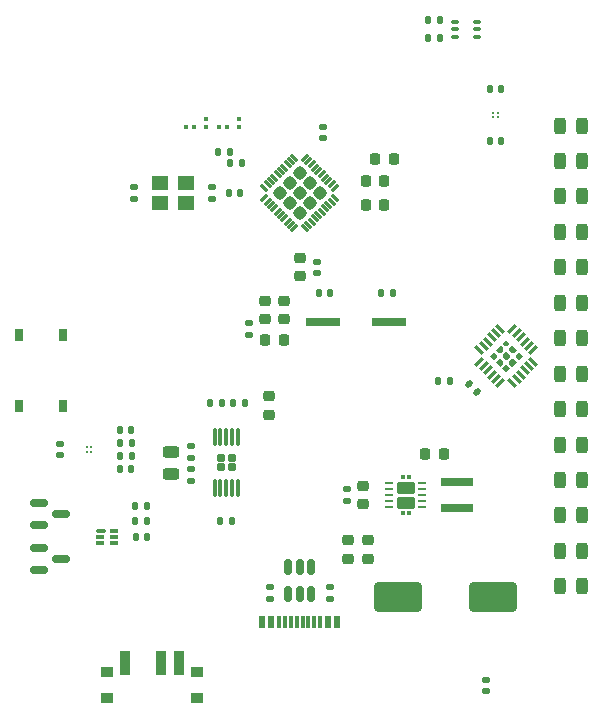
<source format=gbr>
%TF.GenerationSoftware,KiCad,Pcbnew,8.0.2*%
%TF.CreationDate,2024-05-26T21:52:28+02:00*%
%TF.ProjectId,Plant_Thing,506c616e-745f-4546-9869-6e672e6b6963,rev?*%
%TF.SameCoordinates,Original*%
%TF.FileFunction,Paste,Top*%
%TF.FilePolarity,Positive*%
%FSLAX46Y46*%
G04 Gerber Fmt 4.6, Leading zero omitted, Abs format (unit mm)*
G04 Created by KiCad (PCBNEW 8.0.2) date 2024-05-26 21:52:28*
%MOMM*%
%LPD*%
G01*
G04 APERTURE LIST*
G04 Aperture macros list*
%AMRoundRect*
0 Rectangle with rounded corners*
0 $1 Rounding radius*
0 $2 $3 $4 $5 $6 $7 $8 $9 X,Y pos of 4 corners*
0 Add a 4 corners polygon primitive as box body*
4,1,4,$2,$3,$4,$5,$6,$7,$8,$9,$2,$3,0*
0 Add four circle primitives for the rounded corners*
1,1,$1+$1,$2,$3*
1,1,$1+$1,$4,$5*
1,1,$1+$1,$6,$7*
1,1,$1+$1,$8,$9*
0 Add four rect primitives between the rounded corners*
20,1,$1+$1,$2,$3,$4,$5,0*
20,1,$1+$1,$4,$5,$6,$7,0*
20,1,$1+$1,$6,$7,$8,$9,0*
20,1,$1+$1,$8,$9,$2,$3,0*%
%AMRotRect*
0 Rectangle, with rotation*
0 The origin of the aperture is its center*
0 $1 length*
0 $2 width*
0 $3 Rotation angle, in degrees counterclockwise*
0 Add horizontal line*
21,1,$1,$2,0,0,$3*%
G04 Aperture macros list end*
%ADD10C,0.000000*%
%ADD11RoundRect,0.140000X0.170000X-0.140000X0.170000X0.140000X-0.170000X0.140000X-0.170000X-0.140000X0*%
%ADD12RoundRect,0.079500X0.100500X-0.079500X0.100500X0.079500X-0.100500X0.079500X-0.100500X-0.079500X0*%
%ADD13RoundRect,0.150000X0.150000X-0.512500X0.150000X0.512500X-0.150000X0.512500X-0.150000X-0.512500X0*%
%ADD14RoundRect,0.140000X0.140000X0.170000X-0.140000X0.170000X-0.140000X-0.170000X0.140000X-0.170000X0*%
%ADD15RoundRect,0.225000X0.250000X-0.225000X0.250000X0.225000X-0.250000X0.225000X-0.250000X-0.225000X0*%
%ADD16RoundRect,0.140000X-0.170000X0.140000X-0.170000X-0.140000X0.170000X-0.140000X0.170000X0.140000X0*%
%ADD17RoundRect,0.157500X-0.222500X0.157500X-0.222500X-0.157500X0.222500X-0.157500X0.222500X0.157500X0*%
%ADD18RoundRect,0.075000X-0.075000X0.650000X-0.075000X-0.650000X0.075000X-0.650000X0.075000X0.650000X0*%
%ADD19RoundRect,0.243750X-0.243750X-0.456250X0.243750X-0.456250X0.243750X0.456250X-0.243750X0.456250X0*%
%ADD20RotRect,0.280000X0.850000X225.000000*%
%ADD21RotRect,0.280000X0.850000X135.000000*%
%ADD22RoundRect,0.135000X-0.135000X-0.185000X0.135000X-0.185000X0.135000X0.185000X-0.135000X0.185000X0*%
%ADD23RoundRect,0.218750X0.256250X-0.218750X0.256250X0.218750X-0.256250X0.218750X-0.256250X-0.218750X0*%
%ADD24RoundRect,0.135000X0.185000X-0.135000X0.185000X0.135000X-0.185000X0.135000X-0.185000X-0.135000X0*%
%ADD25R,3.000000X0.800000*%
%ADD26RoundRect,0.135000X0.135000X0.185000X-0.135000X0.185000X-0.135000X-0.185000X0.135000X-0.185000X0*%
%ADD27R,2.700000X0.800000*%
%ADD28RoundRect,0.243750X0.456250X-0.243750X0.456250X0.243750X-0.456250X0.243750X-0.456250X-0.243750X0*%
%ADD29RoundRect,0.150000X-0.587500X-0.150000X0.587500X-0.150000X0.587500X0.150000X-0.587500X0.150000X0*%
%ADD30C,0.250000*%
%ADD31RoundRect,0.225000X-0.225000X-0.250000X0.225000X-0.250000X0.225000X0.250000X-0.225000X0.250000X0*%
%ADD32RoundRect,0.250000X-1.750000X-1.000000X1.750000X-1.000000X1.750000X1.000000X-1.750000X1.000000X0*%
%ADD33RoundRect,0.140000X-0.140000X-0.170000X0.140000X-0.170000X0.140000X0.170000X-0.140000X0.170000X0*%
%ADD34RoundRect,0.242500X0.342947X0.000000X0.000000X0.342947X-0.342947X0.000000X0.000000X-0.342947X0*%
%ADD35RoundRect,0.062500X0.291682X-0.203293X-0.203293X0.291682X-0.291682X0.203293X0.203293X-0.291682X0*%
%ADD36RoundRect,0.062500X0.291682X0.203293X0.203293X0.291682X-0.291682X-0.203293X-0.203293X-0.291682X0*%
%ADD37RoundRect,0.075000X0.250000X0.075000X-0.250000X0.075000X-0.250000X-0.075000X0.250000X-0.075000X0*%
%ADD38RoundRect,0.135000X-0.185000X0.135000X-0.185000X-0.135000X0.185000X-0.135000X0.185000X0.135000X0*%
%ADD39R,0.900000X2.000000*%
%ADD40R,1.100000X0.930000*%
%ADD41RoundRect,0.079500X-0.079500X-0.100500X0.079500X-0.100500X0.079500X0.100500X-0.079500X0.100500X0*%
%ADD42RoundRect,0.070000X-0.355000X0.070000X-0.355000X-0.070000X0.355000X-0.070000X0.355000X0.070000X0*%
%ADD43RoundRect,0.070000X-0.305000X0.070000X-0.305000X-0.070000X0.305000X-0.070000X0.305000X0.070000X0*%
%ADD44RoundRect,0.225000X-0.250000X0.225000X-0.250000X-0.225000X0.250000X-0.225000X0.250000X0.225000X0*%
%ADD45RoundRect,0.218750X-0.218750X-0.256250X0.218750X-0.256250X0.218750X0.256250X-0.218750X0.256250X0*%
%ADD46RoundRect,0.025000X0.100000X0.145000X-0.100000X0.145000X-0.100000X-0.145000X0.100000X-0.145000X0*%
%ADD47RoundRect,0.106000X0.644000X0.424000X-0.644000X0.424000X-0.644000X-0.424000X0.644000X-0.424000X0*%
%ADD48RoundRect,0.060000X0.240000X0.060000X-0.240000X0.060000X-0.240000X-0.060000X0.240000X-0.060000X0*%
%ADD49RoundRect,0.140000X0.219203X0.021213X0.021213X0.219203X-0.219203X-0.021213X-0.021213X-0.219203X0*%
%ADD50R,0.550000X1.100000*%
%ADD51R,0.300000X1.100000*%
%ADD52RoundRect,0.225000X0.225000X0.250000X-0.225000X0.250000X-0.225000X-0.250000X0.225000X-0.250000X0*%
%ADD53R,0.750000X1.000000*%
%ADD54R,1.400000X1.200000*%
G04 APERTURE END LIST*
D10*
%TO.C,U5*%
G36*
X171701803Y-89900000D02*
G01*
X171701803Y-90100000D01*
X171461423Y-90340380D01*
X171121043Y-90000000D01*
X171461423Y-89659620D01*
X171701803Y-89900000D01*
G37*
G36*
X172840380Y-88961423D02*
G01*
X172600000Y-89201803D01*
X172400000Y-89201803D01*
X172159620Y-88961423D01*
X172500000Y-88621043D01*
X172840380Y-88961423D01*
G37*
G36*
X172840380Y-91038577D02*
G01*
X172500000Y-91378957D01*
X172159620Y-91038577D01*
X172400000Y-90798197D01*
X172600000Y-90798197D01*
X172840380Y-91038577D01*
G37*
G36*
X173878957Y-90000000D02*
G01*
X173538577Y-90340380D01*
X173298197Y-90100000D01*
X173298197Y-89900000D01*
X173538577Y-89659620D01*
X173878957Y-90000000D01*
G37*
G36*
X172258579Y-89343224D02*
G01*
X172258579Y-89543224D01*
X172043224Y-89758579D01*
X171843224Y-89758579D01*
X171602844Y-89518199D01*
X172018199Y-89102844D01*
X172258579Y-89343224D01*
G37*
G36*
X172258579Y-90456776D02*
G01*
X172258579Y-90656776D01*
X172018199Y-90897156D01*
X171602844Y-90481801D01*
X171843224Y-90241421D01*
X172043224Y-90241421D01*
X172258579Y-90456776D01*
G37*
G36*
X173397156Y-89518199D02*
G01*
X173156776Y-89758579D01*
X172956776Y-89758579D01*
X172741421Y-89543224D01*
X172741421Y-89343224D01*
X172981801Y-89102844D01*
X173397156Y-89518199D01*
G37*
G36*
X173397156Y-90481801D02*
G01*
X172981801Y-90897156D01*
X172741421Y-90656776D01*
X172741421Y-90456776D01*
X172956776Y-90241421D01*
X173156776Y-90241421D01*
X173397156Y-90481801D01*
G37*
G36*
X172815355Y-89900000D02*
G01*
X172815355Y-90100000D01*
X172600000Y-90315355D01*
X172400000Y-90315355D01*
X172184645Y-90100000D01*
X172184645Y-89900000D01*
X172400000Y-89684645D01*
X172600000Y-89684645D01*
X172815355Y-89900000D01*
G37*
%TD*%
D11*
%TO.C,C1*%
X156500000Y-82980000D03*
X156500000Y-82020000D03*
%TD*%
%TO.C,C8*%
X170800000Y-118360000D03*
X170800000Y-117400000D03*
%TD*%
D12*
%TO.C,C13*%
X147100000Y-70645000D03*
X147100000Y-69955000D03*
%TD*%
D13*
%TO.C,U7*%
X154050000Y-110137500D03*
X155000000Y-110137500D03*
X155950000Y-110137500D03*
X155950000Y-107862500D03*
X155000000Y-107862500D03*
X154050000Y-107862500D03*
%TD*%
D14*
%TO.C,C16*%
X162880000Y-84700000D03*
X161920000Y-84700000D03*
%TD*%
D15*
%TO.C,C27*%
X160800000Y-107175000D03*
X160800000Y-105625000D03*
%TD*%
D16*
%TO.C,C14*%
X141000000Y-75720000D03*
X141000000Y-76680000D03*
%TD*%
D11*
%TO.C,C5*%
X157000000Y-71580000D03*
X157000000Y-70620000D03*
%TD*%
D17*
%TO.C,U3*%
X149270000Y-98660000D03*
X148330000Y-98660000D03*
X149270000Y-99440000D03*
X148330000Y-99440000D03*
D18*
X149800000Y-96900000D03*
X149300000Y-96900000D03*
X148800000Y-96900000D03*
X148300000Y-96900000D03*
X147800000Y-96900000D03*
X147800000Y-101200000D03*
X148300000Y-101200000D03*
X148800000Y-101200000D03*
X149300000Y-101200000D03*
X149800000Y-101200000D03*
%TD*%
D19*
%TO.C,D4*%
X177062500Y-100500000D03*
X178937500Y-100500000D03*
%TD*%
%TO.C,D1*%
X177062500Y-109500000D03*
X178937500Y-109500000D03*
%TD*%
D20*
%TO.C,U5*%
X173012652Y-92280419D03*
X173366205Y-91926867D03*
X173719759Y-91573313D03*
X174073313Y-91219759D03*
X174426867Y-90866205D03*
X174780419Y-90512652D03*
D21*
X174780642Y-89487570D03*
X174427000Y-89133928D03*
X174073357Y-88780285D03*
X173719715Y-88426643D03*
X173366072Y-88073000D03*
X173012430Y-87719358D03*
D20*
X171987348Y-87719581D03*
X171633795Y-88073133D03*
X171280241Y-88426687D03*
X170926687Y-88780241D03*
X170573133Y-89133795D03*
X170219581Y-89487348D03*
D21*
X170219358Y-90512430D03*
X170573000Y-90866072D03*
X170926643Y-91219715D03*
X171280285Y-91573357D03*
X171633928Y-91927000D03*
X171987570Y-92280642D03*
%TD*%
D11*
%TO.C,C15*%
X147600000Y-76680000D03*
X147600000Y-75720000D03*
%TD*%
D22*
%TO.C,R6*%
X139770000Y-98500000D03*
X140790000Y-98500000D03*
%TD*%
D19*
%TO.C,D10*%
X177062500Y-82500000D03*
X178937500Y-82500000D03*
%TD*%
D23*
%TO.C,L2*%
X153700000Y-86900000D03*
X153700000Y-85325000D03*
%TD*%
D22*
%TO.C,R9*%
X165890000Y-63100000D03*
X166910000Y-63100000D03*
%TD*%
D19*
%TO.C,D6*%
X177062500Y-94500000D03*
X178937500Y-94500000D03*
%TD*%
D12*
%TO.C,C12*%
X149900000Y-70645000D03*
X149900000Y-69955000D03*
%TD*%
D15*
%TO.C,C26*%
X159100000Y-107175000D03*
X159100000Y-105625000D03*
%TD*%
D24*
%TO.C,R11*%
X157600000Y-110610000D03*
X157600000Y-109590000D03*
%TD*%
D22*
%TO.C,R1*%
X141090000Y-102700000D03*
X142110000Y-102700000D03*
%TD*%
D25*
%TO.C,X1*%
X162600000Y-87100000D03*
X157000000Y-87100000D03*
%TD*%
D26*
%TO.C,R2*%
X142110000Y-104000000D03*
X141090000Y-104000000D03*
%TD*%
D27*
%TO.C,L5*%
X168300000Y-100700000D03*
X168300000Y-102900000D03*
%TD*%
D14*
%TO.C,C29*%
X172080000Y-71800000D03*
X171120000Y-71800000D03*
%TD*%
D19*
%TO.C,D11*%
X177062500Y-79500000D03*
X178937500Y-79500000D03*
%TD*%
D28*
%TO.C,D15*%
X144100000Y-100037500D03*
X144100000Y-98162500D03*
%TD*%
D29*
%TO.C,Q2*%
X132925000Y-106250000D03*
X132925000Y-108150000D03*
X134800000Y-107200000D03*
%TD*%
D15*
%TO.C,C19*%
X152400000Y-94975000D03*
X152400000Y-93425000D03*
%TD*%
D19*
%TO.C,D2*%
X177062500Y-106500000D03*
X178937500Y-106500000D03*
%TD*%
D30*
%TO.C,IC2*%
X171800000Y-69400000D03*
X171800000Y-69800000D03*
X171400000Y-69400000D03*
X171400000Y-69800000D03*
%TD*%
D31*
%TO.C,C24*%
X165650000Y-98300000D03*
X167200000Y-98300000D03*
%TD*%
D32*
%TO.C,C28*%
X163367500Y-110400000D03*
X171367500Y-110400000D03*
%TD*%
D33*
%TO.C,C17*%
X156620000Y-84700000D03*
X157580000Y-84700000D03*
%TD*%
D22*
%TO.C,R13*%
X166690000Y-92100000D03*
X167710000Y-92100000D03*
%TD*%
D34*
%TO.C,U1*%
X155000000Y-77897056D03*
X155848528Y-77048528D03*
X156697056Y-76200000D03*
X154151472Y-77048528D03*
X155000000Y-76200000D03*
X155848528Y-75351472D03*
X153302944Y-76200000D03*
X154151472Y-75351472D03*
X155000000Y-74502944D03*
D35*
X155450781Y-79196365D03*
X155733623Y-78913522D03*
X156016466Y-78630680D03*
X156299309Y-78347837D03*
X156582151Y-78064994D03*
X156864994Y-77782151D03*
X157147837Y-77499309D03*
X157430680Y-77216466D03*
X157713522Y-76933623D03*
X157996365Y-76650781D03*
D36*
X157996365Y-75749219D03*
X157713522Y-75466377D03*
X157430680Y-75183534D03*
X157147837Y-74900691D03*
X156864994Y-74617849D03*
X156582151Y-74335006D03*
X156299309Y-74052163D03*
X156016466Y-73769320D03*
X155733623Y-73486478D03*
X155450781Y-73203635D03*
D35*
X154549219Y-73203635D03*
X154266377Y-73486478D03*
X153983534Y-73769320D03*
X153700691Y-74052163D03*
X153417849Y-74335006D03*
X153135006Y-74617849D03*
X152852163Y-74900691D03*
X152569320Y-75183534D03*
X152286478Y-75466377D03*
X152003635Y-75749219D03*
D36*
X152003635Y-76650781D03*
X152286478Y-76933623D03*
X152569320Y-77216466D03*
X152852163Y-77499309D03*
X153135006Y-77782151D03*
X153417849Y-78064994D03*
X153700691Y-78347837D03*
X153983534Y-78630680D03*
X154266377Y-78913522D03*
X154549219Y-79196365D03*
%TD*%
D19*
%TO.C,D12*%
X177062500Y-76500000D03*
X178937500Y-76500000D03*
%TD*%
D11*
%TO.C,C11*%
X150700000Y-88192500D03*
X150700000Y-87232500D03*
%TD*%
D19*
%TO.C,D7*%
X177062500Y-91500000D03*
X178937500Y-91500000D03*
%TD*%
%TO.C,D14*%
X177062500Y-70500000D03*
X178937500Y-70500000D03*
%TD*%
D22*
%TO.C,R7*%
X139770000Y-97400000D03*
X140790000Y-97400000D03*
%TD*%
D37*
%TO.C,U4*%
X170000000Y-63000000D03*
X170000000Y-62350000D03*
X170000000Y-61700000D03*
X168200000Y-61700000D03*
X168200000Y-62350000D03*
X168200000Y-63000000D03*
%TD*%
D26*
%TO.C,R5*%
X148400000Y-94000000D03*
X147380000Y-94000000D03*
%TD*%
D19*
%TO.C,D9*%
X177062500Y-85500000D03*
X178937500Y-85500000D03*
%TD*%
D38*
%TO.C,R15*%
X145800000Y-97590000D03*
X145800000Y-98610000D03*
%TD*%
D24*
%TO.C,R14*%
X145800000Y-100610000D03*
X145800000Y-99590000D03*
%TD*%
D33*
%TO.C,C22*%
X139800000Y-99600000D03*
X140760000Y-99600000D03*
%TD*%
%TO.C,C23*%
X139800000Y-96300000D03*
X140760000Y-96300000D03*
%TD*%
D39*
%TO.C,SW1*%
X140250000Y-116010000D03*
X143250000Y-116010000D03*
X144750000Y-116010000D03*
D40*
X146300000Y-116720000D03*
X146300000Y-118990000D03*
X138700000Y-118990000D03*
X138700000Y-116720000D03*
%TD*%
D41*
%TO.C,L4*%
X145355000Y-70600000D03*
X146045000Y-70600000D03*
%TD*%
D19*
%TO.C,D8*%
X177062500Y-88500000D03*
X178937500Y-88500000D03*
%TD*%
D24*
%TO.C,R12*%
X152500000Y-110610000D03*
X152500000Y-109590000D03*
%TD*%
D42*
%TO.C,U2*%
X138175000Y-104800000D03*
D43*
X138125000Y-105300000D03*
X138125000Y-105800000D03*
X139275000Y-105800000D03*
X139275000Y-105300000D03*
X139275000Y-104800000D03*
%TD*%
D44*
%TO.C,C20*%
X155000000Y-81725000D03*
X155000000Y-83275000D03*
%TD*%
D45*
%TO.C,L1*%
X152112500Y-88612500D03*
X153687500Y-88612500D03*
%TD*%
D31*
%TO.C,C7*%
X160625000Y-77200000D03*
X162175000Y-77200000D03*
%TD*%
D26*
%TO.C,R4*%
X149310000Y-104000000D03*
X148290000Y-104000000D03*
%TD*%
D46*
%TO.C,U6*%
X164250000Y-103330000D03*
X164250000Y-100270000D03*
D47*
X164000000Y-102430000D03*
X164000000Y-101170000D03*
D46*
X163750000Y-103330000D03*
X163750000Y-100270000D03*
D48*
X165400000Y-102800000D03*
X165400000Y-102300000D03*
X165400000Y-101800000D03*
X165400000Y-101300000D03*
X165400000Y-100800000D03*
X162600000Y-100800000D03*
X162600000Y-101300000D03*
X162600000Y-101800000D03*
X162600000Y-102300000D03*
X162600000Y-102800000D03*
%TD*%
D33*
%TO.C,C2*%
X149140000Y-73700000D03*
X150100000Y-73700000D03*
%TD*%
D19*
%TO.C,D5*%
X177062500Y-97500000D03*
X178937500Y-97500000D03*
%TD*%
D11*
%TO.C,C21*%
X134680000Y-98380000D03*
X134680000Y-97420000D03*
%TD*%
D14*
%TO.C,C6*%
X149980000Y-76200000D03*
X149020000Y-76200000D03*
%TD*%
D33*
%TO.C,C3*%
X148120000Y-72700000D03*
X149080000Y-72700000D03*
%TD*%
D26*
%TO.C,R3*%
X150410000Y-94000000D03*
X149390000Y-94000000D03*
%TD*%
D33*
%TO.C,C18*%
X141120000Y-105300000D03*
X142080000Y-105300000D03*
%TD*%
D19*
%TO.C,D13*%
X177062500Y-73500000D03*
X178937500Y-73500000D03*
%TD*%
D49*
%TO.C,C33*%
X170039411Y-93039411D03*
X169360589Y-92360589D03*
%TD*%
D31*
%TO.C,C9*%
X160625000Y-75200000D03*
X162175000Y-75200000D03*
%TD*%
D50*
%TO.C,USB1*%
X151800000Y-112537500D03*
X152600000Y-112537500D03*
D51*
X153250000Y-112537500D03*
X153750000Y-112537500D03*
X154250000Y-112537500D03*
X154750000Y-112537500D03*
X155250000Y-112537500D03*
X155750000Y-112537500D03*
X156250000Y-112537500D03*
X156750000Y-112537500D03*
D50*
X157400000Y-112537500D03*
X158200000Y-112537500D03*
%TD*%
D30*
%TO.C,IC1*%
X137380000Y-98100000D03*
X136980000Y-98100000D03*
X137380000Y-97700000D03*
X136980000Y-97700000D03*
%TD*%
D14*
%TO.C,C30*%
X172080000Y-67400000D03*
X171120000Y-67400000D03*
%TD*%
D15*
%TO.C,C25*%
X160400000Y-102575000D03*
X160400000Y-101025000D03*
%TD*%
D52*
%TO.C,C4*%
X162975000Y-73300000D03*
X161425000Y-73300000D03*
%TD*%
D19*
%TO.C,D3*%
X177062500Y-103500000D03*
X178937500Y-103500000D03*
%TD*%
D22*
%TO.C,R8*%
X165890000Y-61600000D03*
X166910000Y-61600000D03*
%TD*%
D53*
%TO.C,SW2*%
X134975000Y-88200000D03*
X134975000Y-94200000D03*
X131225000Y-88200000D03*
X131225000Y-94200000D03*
%TD*%
D38*
%TO.C,R10*%
X159000000Y-101280000D03*
X159000000Y-102300000D03*
%TD*%
D41*
%TO.C,L3*%
X148155000Y-70600000D03*
X148845000Y-70600000D03*
%TD*%
D15*
%TO.C,C10*%
X152100000Y-86887500D03*
X152100000Y-85337500D03*
%TD*%
D54*
%TO.C,Y1*%
X143200000Y-77050000D03*
X145400000Y-77050000D03*
X145400000Y-75350000D03*
X143200000Y-75350000D03*
%TD*%
D29*
%TO.C,Q1*%
X132925000Y-102450000D03*
X132925000Y-104350000D03*
X134800000Y-103400000D03*
%TD*%
M02*

</source>
